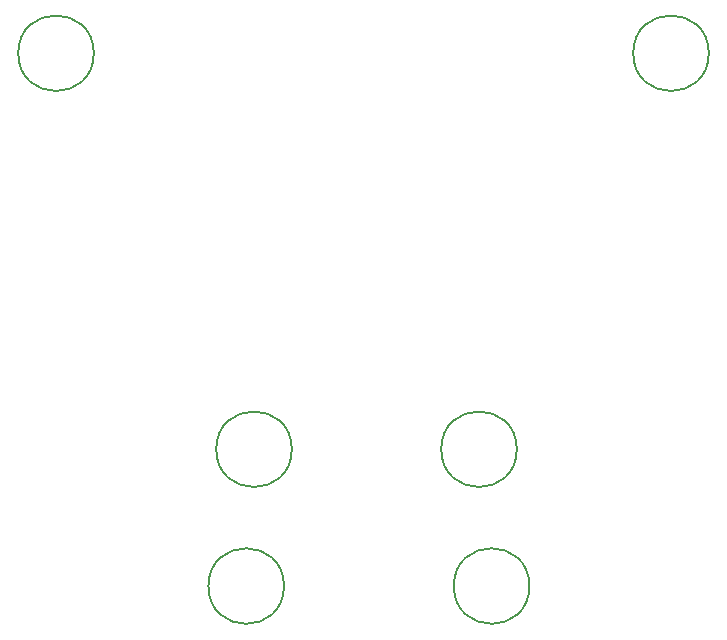
<source format=gbr>
%TF.GenerationSoftware,KiCad,Pcbnew,8.0.1*%
%TF.CreationDate,2024-04-22T08:31:39-07:00*%
%TF.ProjectId,milliohm_meter,6d696c6c-696f-4686-9d5f-6d657465722e,rev?*%
%TF.SameCoordinates,Original*%
%TF.FileFunction,Other,Comment*%
%FSLAX46Y46*%
G04 Gerber Fmt 4.6, Leading zero omitted, Abs format (unit mm)*
G04 Created by KiCad (PCBNEW 8.0.1) date 2024-04-22 08:31:39*
%MOMM*%
%LPD*%
G01*
G04 APERTURE LIST*
%ADD10C,0.150000*%
G04 APERTURE END LIST*
D10*
%TO.C,J8*%
X150774000Y-90678000D02*
G75*
G02*
X144374000Y-90678000I-3200000J0D01*
G01*
X144374000Y-90678000D02*
G75*
G02*
X150774000Y-90678000I3200000J0D01*
G01*
%TO.C,H2*%
X167030000Y-57150000D02*
G75*
G02*
X160630000Y-57150000I-3200000J0D01*
G01*
X160630000Y-57150000D02*
G75*
G02*
X167030000Y-57150000I3200000J0D01*
G01*
%TO.C,H4*%
X151840800Y-102260400D02*
G75*
G02*
X145440800Y-102260400I-3200000J0D01*
G01*
X145440800Y-102260400D02*
G75*
G02*
X151840800Y-102260400I3200000J0D01*
G01*
%TO.C,J7*%
X131724000Y-90678000D02*
G75*
G02*
X125324000Y-90678000I-3200000J0D01*
G01*
X125324000Y-90678000D02*
G75*
G02*
X131724000Y-90678000I3200000J0D01*
G01*
%TO.C,H1*%
X114960000Y-57150000D02*
G75*
G02*
X108560000Y-57150000I-3200000J0D01*
G01*
X108560000Y-57150000D02*
G75*
G02*
X114960000Y-57150000I3200000J0D01*
G01*
%TO.C,H3*%
X131063600Y-102260400D02*
G75*
G02*
X124663600Y-102260400I-3200000J0D01*
G01*
X124663600Y-102260400D02*
G75*
G02*
X131063600Y-102260400I3200000J0D01*
G01*
%TD*%
M02*

</source>
